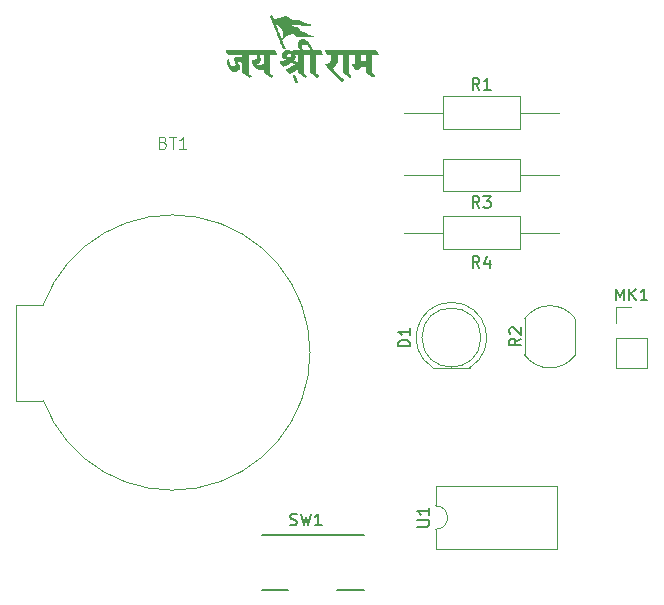
<source format=gbr>
%TF.GenerationSoftware,KiCad,Pcbnew,7.0.7*%
%TF.CreationDate,2024-02-22T22:38:35+05:30*%
%TF.ProjectId,Digital_Diya,44696769-7461-46c5-9f44-6979612e6b69,rev?*%
%TF.SameCoordinates,Original*%
%TF.FileFunction,Legend,Top*%
%TF.FilePolarity,Positive*%
%FSLAX46Y46*%
G04 Gerber Fmt 4.6, Leading zero omitted, Abs format (unit mm)*
G04 Created by KiCad (PCBNEW 7.0.7) date 2024-02-22 22:38:35*
%MOMM*%
%LPD*%
G01*
G04 APERTURE LIST*
%ADD10C,0.100000*%
%ADD11C,0.150000*%
%ADD12C,0.120000*%
G04 APERTURE END LIST*
D10*
X130532285Y-68561609D02*
X130675142Y-68609228D01*
X130675142Y-68609228D02*
X130722761Y-68656847D01*
X130722761Y-68656847D02*
X130770380Y-68752085D01*
X130770380Y-68752085D02*
X130770380Y-68894942D01*
X130770380Y-68894942D02*
X130722761Y-68990180D01*
X130722761Y-68990180D02*
X130675142Y-69037800D01*
X130675142Y-69037800D02*
X130579904Y-69085419D01*
X130579904Y-69085419D02*
X130198952Y-69085419D01*
X130198952Y-69085419D02*
X130198952Y-68085419D01*
X130198952Y-68085419D02*
X130532285Y-68085419D01*
X130532285Y-68085419D02*
X130627523Y-68133038D01*
X130627523Y-68133038D02*
X130675142Y-68180657D01*
X130675142Y-68180657D02*
X130722761Y-68275895D01*
X130722761Y-68275895D02*
X130722761Y-68371133D01*
X130722761Y-68371133D02*
X130675142Y-68466371D01*
X130675142Y-68466371D02*
X130627523Y-68513990D01*
X130627523Y-68513990D02*
X130532285Y-68561609D01*
X130532285Y-68561609D02*
X130198952Y-68561609D01*
X131056095Y-68085419D02*
X131627523Y-68085419D01*
X131341809Y-69085419D02*
X131341809Y-68085419D01*
X132484666Y-69085419D02*
X131913238Y-69085419D01*
X132198952Y-69085419D02*
X132198952Y-68085419D01*
X132198952Y-68085419D02*
X132103714Y-68228276D01*
X132103714Y-68228276D02*
X132008476Y-68323514D01*
X132008476Y-68323514D02*
X131913238Y-68371133D01*
D11*
X160839819Y-85176666D02*
X160363628Y-85509999D01*
X160839819Y-85748094D02*
X159839819Y-85748094D01*
X159839819Y-85748094D02*
X159839819Y-85367142D01*
X159839819Y-85367142D02*
X159887438Y-85271904D01*
X159887438Y-85271904D02*
X159935057Y-85224285D01*
X159935057Y-85224285D02*
X160030295Y-85176666D01*
X160030295Y-85176666D02*
X160173152Y-85176666D01*
X160173152Y-85176666D02*
X160268390Y-85224285D01*
X160268390Y-85224285D02*
X160316009Y-85271904D01*
X160316009Y-85271904D02*
X160363628Y-85367142D01*
X160363628Y-85367142D02*
X160363628Y-85748094D01*
X159935057Y-84795713D02*
X159887438Y-84748094D01*
X159887438Y-84748094D02*
X159839819Y-84652856D01*
X159839819Y-84652856D02*
X159839819Y-84414761D01*
X159839819Y-84414761D02*
X159887438Y-84319523D01*
X159887438Y-84319523D02*
X159935057Y-84271904D01*
X159935057Y-84271904D02*
X160030295Y-84224285D01*
X160030295Y-84224285D02*
X160125533Y-84224285D01*
X160125533Y-84224285D02*
X160268390Y-84271904D01*
X160268390Y-84271904D02*
X160839819Y-84843332D01*
X160839819Y-84843332D02*
X160839819Y-84224285D01*
X168870476Y-81944819D02*
X168870476Y-80944819D01*
X168870476Y-80944819D02*
X169203809Y-81659104D01*
X169203809Y-81659104D02*
X169537142Y-80944819D01*
X169537142Y-80944819D02*
X169537142Y-81944819D01*
X170013333Y-81944819D02*
X170013333Y-80944819D01*
X170584761Y-81944819D02*
X170156190Y-81373390D01*
X170584761Y-80944819D02*
X170013333Y-81516247D01*
X171537142Y-81944819D02*
X170965714Y-81944819D01*
X171251428Y-81944819D02*
X171251428Y-80944819D01*
X171251428Y-80944819D02*
X171156190Y-81087676D01*
X171156190Y-81087676D02*
X171060952Y-81182914D01*
X171060952Y-81182914D02*
X170965714Y-81230533D01*
X157313333Y-64124819D02*
X156980000Y-63648628D01*
X156741905Y-64124819D02*
X156741905Y-63124819D01*
X156741905Y-63124819D02*
X157122857Y-63124819D01*
X157122857Y-63124819D02*
X157218095Y-63172438D01*
X157218095Y-63172438D02*
X157265714Y-63220057D01*
X157265714Y-63220057D02*
X157313333Y-63315295D01*
X157313333Y-63315295D02*
X157313333Y-63458152D01*
X157313333Y-63458152D02*
X157265714Y-63553390D01*
X157265714Y-63553390D02*
X157218095Y-63601009D01*
X157218095Y-63601009D02*
X157122857Y-63648628D01*
X157122857Y-63648628D02*
X156741905Y-63648628D01*
X158265714Y-64124819D02*
X157694286Y-64124819D01*
X157980000Y-64124819D02*
X157980000Y-63124819D01*
X157980000Y-63124819D02*
X157884762Y-63267676D01*
X157884762Y-63267676D02*
X157789524Y-63362914D01*
X157789524Y-63362914D02*
X157694286Y-63410533D01*
X151434819Y-85828094D02*
X150434819Y-85828094D01*
X150434819Y-85828094D02*
X150434819Y-85589999D01*
X150434819Y-85589999D02*
X150482438Y-85447142D01*
X150482438Y-85447142D02*
X150577676Y-85351904D01*
X150577676Y-85351904D02*
X150672914Y-85304285D01*
X150672914Y-85304285D02*
X150863390Y-85256666D01*
X150863390Y-85256666D02*
X151006247Y-85256666D01*
X151006247Y-85256666D02*
X151196723Y-85304285D01*
X151196723Y-85304285D02*
X151291961Y-85351904D01*
X151291961Y-85351904D02*
X151387200Y-85447142D01*
X151387200Y-85447142D02*
X151434819Y-85589999D01*
X151434819Y-85589999D02*
X151434819Y-85828094D01*
X151434819Y-84304285D02*
X151434819Y-84875713D01*
X151434819Y-84589999D02*
X150434819Y-84589999D01*
X150434819Y-84589999D02*
X150577676Y-84685237D01*
X150577676Y-84685237D02*
X150672914Y-84780475D01*
X150672914Y-84780475D02*
X150720533Y-84875713D01*
X152064819Y-101091904D02*
X152874342Y-101091904D01*
X152874342Y-101091904D02*
X152969580Y-101044285D01*
X152969580Y-101044285D02*
X153017200Y-100996666D01*
X153017200Y-100996666D02*
X153064819Y-100901428D01*
X153064819Y-100901428D02*
X153064819Y-100710952D01*
X153064819Y-100710952D02*
X153017200Y-100615714D01*
X153017200Y-100615714D02*
X152969580Y-100568095D01*
X152969580Y-100568095D02*
X152874342Y-100520476D01*
X152874342Y-100520476D02*
X152064819Y-100520476D01*
X153064819Y-99520476D02*
X153064819Y-100091904D01*
X153064819Y-99806190D02*
X152064819Y-99806190D01*
X152064819Y-99806190D02*
X152207676Y-99901428D01*
X152207676Y-99901428D02*
X152302914Y-99996666D01*
X152302914Y-99996666D02*
X152350533Y-100091904D01*
X157313333Y-79194819D02*
X156980000Y-78718628D01*
X156741905Y-79194819D02*
X156741905Y-78194819D01*
X156741905Y-78194819D02*
X157122857Y-78194819D01*
X157122857Y-78194819D02*
X157218095Y-78242438D01*
X157218095Y-78242438D02*
X157265714Y-78290057D01*
X157265714Y-78290057D02*
X157313333Y-78385295D01*
X157313333Y-78385295D02*
X157313333Y-78528152D01*
X157313333Y-78528152D02*
X157265714Y-78623390D01*
X157265714Y-78623390D02*
X157218095Y-78671009D01*
X157218095Y-78671009D02*
X157122857Y-78718628D01*
X157122857Y-78718628D02*
X156741905Y-78718628D01*
X158170476Y-78528152D02*
X158170476Y-79194819D01*
X157932381Y-78147200D02*
X157694286Y-78861485D01*
X157694286Y-78861485D02*
X158313333Y-78861485D01*
X157313333Y-74114819D02*
X156980000Y-73638628D01*
X156741905Y-74114819D02*
X156741905Y-73114819D01*
X156741905Y-73114819D02*
X157122857Y-73114819D01*
X157122857Y-73114819D02*
X157218095Y-73162438D01*
X157218095Y-73162438D02*
X157265714Y-73210057D01*
X157265714Y-73210057D02*
X157313333Y-73305295D01*
X157313333Y-73305295D02*
X157313333Y-73448152D01*
X157313333Y-73448152D02*
X157265714Y-73543390D01*
X157265714Y-73543390D02*
X157218095Y-73591009D01*
X157218095Y-73591009D02*
X157122857Y-73638628D01*
X157122857Y-73638628D02*
X156741905Y-73638628D01*
X157646667Y-73114819D02*
X158265714Y-73114819D01*
X158265714Y-73114819D02*
X157932381Y-73495771D01*
X157932381Y-73495771D02*
X158075238Y-73495771D01*
X158075238Y-73495771D02*
X158170476Y-73543390D01*
X158170476Y-73543390D02*
X158218095Y-73591009D01*
X158218095Y-73591009D02*
X158265714Y-73686247D01*
X158265714Y-73686247D02*
X158265714Y-73924342D01*
X158265714Y-73924342D02*
X158218095Y-74019580D01*
X158218095Y-74019580D02*
X158170476Y-74067200D01*
X158170476Y-74067200D02*
X158075238Y-74114819D01*
X158075238Y-74114819D02*
X157789524Y-74114819D01*
X157789524Y-74114819D02*
X157694286Y-74067200D01*
X157694286Y-74067200D02*
X157646667Y-74019580D01*
X141286667Y-100947200D02*
X141429524Y-100994819D01*
X141429524Y-100994819D02*
X141667619Y-100994819D01*
X141667619Y-100994819D02*
X141762857Y-100947200D01*
X141762857Y-100947200D02*
X141810476Y-100899580D01*
X141810476Y-100899580D02*
X141858095Y-100804342D01*
X141858095Y-100804342D02*
X141858095Y-100709104D01*
X141858095Y-100709104D02*
X141810476Y-100613866D01*
X141810476Y-100613866D02*
X141762857Y-100566247D01*
X141762857Y-100566247D02*
X141667619Y-100518628D01*
X141667619Y-100518628D02*
X141477143Y-100471009D01*
X141477143Y-100471009D02*
X141381905Y-100423390D01*
X141381905Y-100423390D02*
X141334286Y-100375771D01*
X141334286Y-100375771D02*
X141286667Y-100280533D01*
X141286667Y-100280533D02*
X141286667Y-100185295D01*
X141286667Y-100185295D02*
X141334286Y-100090057D01*
X141334286Y-100090057D02*
X141381905Y-100042438D01*
X141381905Y-100042438D02*
X141477143Y-99994819D01*
X141477143Y-99994819D02*
X141715238Y-99994819D01*
X141715238Y-99994819D02*
X141858095Y-100042438D01*
X142191429Y-99994819D02*
X142429524Y-100994819D01*
X142429524Y-100994819D02*
X142620000Y-100280533D01*
X142620000Y-100280533D02*
X142810476Y-100994819D01*
X142810476Y-100994819D02*
X143048572Y-99994819D01*
X143953333Y-100994819D02*
X143381905Y-100994819D01*
X143667619Y-100994819D02*
X143667619Y-99994819D01*
X143667619Y-99994819D02*
X143572381Y-100137676D01*
X143572381Y-100137676D02*
X143477143Y-100232914D01*
X143477143Y-100232914D02*
X143381905Y-100280533D01*
D10*
%TO.C,BT1*%
X118110000Y-82296000D02*
X120396000Y-82296000D01*
X118110000Y-86360000D02*
X118110000Y-82296000D01*
X118110000Y-86360000D02*
X118110000Y-90424000D01*
X118110000Y-90424000D02*
X120396000Y-90424000D01*
X120396002Y-90424000D02*
G75*
G03*
X120396002Y-82296000I10921998J4064000D01*
G01*
D12*
%TO.C,R2*%
X161135000Y-86560000D02*
X161135000Y-83510000D01*
X165435000Y-86560000D02*
X165435000Y-83510000D01*
X161119475Y-86538234D02*
G75*
G03*
X165434999Y-86560000I2165525J1528234D01*
G01*
X165403249Y-83465487D02*
G75*
G03*
X161135000Y-83510000I-2118249J-1544513D01*
G01*
%TO.C,MK1*%
X168850000Y-82490000D02*
X170180000Y-82490000D01*
X168850000Y-83820000D02*
X168850000Y-82490000D01*
X168850000Y-85090000D02*
X168850000Y-87690000D01*
X168850000Y-85090000D02*
X171510000Y-85090000D01*
X168850000Y-87690000D02*
X171510000Y-87690000D01*
X171510000Y-85090000D02*
X171510000Y-87690000D01*
%TO.C,R1*%
X150900000Y-66040000D02*
X154210000Y-66040000D01*
X154210000Y-64670000D02*
X154210000Y-67410000D01*
X154210000Y-67410000D02*
X160750000Y-67410000D01*
X160750000Y-64670000D02*
X154210000Y-64670000D01*
X160750000Y-67410000D02*
X160750000Y-64670000D01*
X164060000Y-66040000D02*
X160750000Y-66040000D01*
%TO.C,D1*%
X153395000Y-87650000D02*
X156485000Y-87650000D01*
X154940462Y-82100001D02*
G75*
G03*
X153395170Y-87649999I-462J-2989999D01*
G01*
X156484830Y-87650000D02*
G75*
G03*
X154939538Y-82100000I-1544830J2560000D01*
G01*
X157440000Y-85090000D02*
G75*
G03*
X157440000Y-85090000I-2500000J0D01*
G01*
%TO.C,U1*%
X153610000Y-102980000D02*
X163890000Y-102980000D01*
X163890000Y-102980000D02*
X163890000Y-97680000D01*
X153610000Y-101330000D02*
X153610000Y-102980000D01*
X153610000Y-97680000D02*
X153610000Y-99330000D01*
X163890000Y-97680000D02*
X153610000Y-97680000D01*
X153610000Y-101330000D02*
G75*
G03*
X153610000Y-99330000I0J1000000D01*
G01*
%TO.C,R4*%
X150900000Y-76200000D02*
X154210000Y-76200000D01*
X154210000Y-74830000D02*
X154210000Y-77570000D01*
X154210000Y-77570000D02*
X160750000Y-77570000D01*
X160750000Y-74830000D02*
X154210000Y-74830000D01*
X160750000Y-77570000D02*
X160750000Y-74830000D01*
X164060000Y-76200000D02*
X160750000Y-76200000D01*
%TO.C,G\u002A\u002A\u002A*%
G36*
X141843566Y-63202592D02*
G01*
X141879932Y-63293642D01*
X141912204Y-63375386D01*
X141938791Y-63443715D01*
X141958103Y-63494522D01*
X141968547Y-63523698D01*
X141969947Y-63528907D01*
X141956146Y-63534357D01*
X141919537Y-63538433D01*
X141867312Y-63540421D01*
X141852970Y-63540508D01*
X141735993Y-63540508D01*
X141610540Y-63225329D01*
X141574856Y-63134489D01*
X141543823Y-63053196D01*
X141518911Y-62985489D01*
X141501588Y-62935412D01*
X141493324Y-62907006D01*
X141493087Y-62902149D01*
X141510984Y-62897820D01*
X141550644Y-62893900D01*
X141603826Y-62891178D01*
X141609136Y-62891014D01*
X141717185Y-62887880D01*
X141843566Y-63202592D01*
G37*
G36*
X145911401Y-60753090D02*
G01*
X146156659Y-60753294D01*
X146410120Y-60753659D01*
X146410160Y-60753659D01*
X148590827Y-60757461D01*
X148701168Y-60952175D01*
X148739536Y-61021433D01*
X148771404Y-61081944D01*
X148794289Y-61128748D01*
X148805704Y-61156886D01*
X148806413Y-61162216D01*
X148789757Y-61168050D01*
X148745472Y-61173114D01*
X148675928Y-61177253D01*
X148583493Y-61180308D01*
X148513747Y-61181618D01*
X148226179Y-61185693D01*
X148226179Y-61949399D01*
X148226179Y-62713105D01*
X148355214Y-62815363D01*
X148484249Y-62917621D01*
X148396472Y-62996130D01*
X148353883Y-63032685D01*
X148319645Y-63059230D01*
X148299853Y-63071118D01*
X148297943Y-63071277D01*
X148283396Y-63061777D01*
X148248149Y-63036832D01*
X148195583Y-62998894D01*
X148129081Y-62950415D01*
X148052027Y-62893848D01*
X147986631Y-62845582D01*
X147686072Y-62623249D01*
X147686072Y-62391743D01*
X147686072Y-62160237D01*
X147484958Y-62160237D01*
X147283844Y-62160237D01*
X147245484Y-62225692D01*
X147191870Y-62297136D01*
X147120685Y-62363980D01*
X147040618Y-62419655D01*
X146960358Y-62457590D01*
X146926117Y-62467201D01*
X146909762Y-62469670D01*
X146894359Y-62467814D01*
X146876913Y-62458868D01*
X146854433Y-62440066D01*
X146823925Y-62408645D01*
X146782395Y-62361837D01*
X146726852Y-62296880D01*
X146673811Y-62234132D01*
X146596961Y-62141681D01*
X146540244Y-62070262D01*
X146503131Y-62019152D01*
X146485090Y-61987626D01*
X146484229Y-61975807D01*
X146505955Y-61967023D01*
X146548758Y-61958306D01*
X146603758Y-61951424D01*
X146609009Y-61950954D01*
X146662333Y-61946541D01*
X146703726Y-61941306D01*
X146734695Y-61931762D01*
X146756746Y-61914425D01*
X146771384Y-61885808D01*
X146780116Y-61842426D01*
X146784447Y-61780794D01*
X146785882Y-61697426D01*
X146785929Y-61588836D01*
X146785895Y-61541507D01*
X146785895Y-61185045D01*
X147295995Y-61185045D01*
X147295995Y-61430093D01*
X147296579Y-61512969D01*
X147298193Y-61585109D01*
X147300632Y-61641269D01*
X147303689Y-61676205D01*
X147305997Y-61685143D01*
X147324045Y-61688977D01*
X147365958Y-61692132D01*
X147425599Y-61694292D01*
X147496828Y-61695143D01*
X147501036Y-61695145D01*
X147686072Y-61695145D01*
X147686072Y-61440095D01*
X147686072Y-61185045D01*
X147491034Y-61185045D01*
X147295995Y-61185045D01*
X146785895Y-61185045D01*
X146508092Y-61185045D01*
X146230289Y-61185045D01*
X146231062Y-61934076D01*
X146231835Y-62683107D01*
X146355085Y-62792446D01*
X146405492Y-62837063D01*
X146447242Y-62873825D01*
X146475468Y-62898460D01*
X146485136Y-62906635D01*
X146478436Y-62918598D01*
X146454708Y-62946353D01*
X146418442Y-62984779D01*
X146401939Y-63001483D01*
X146311940Y-63091481D01*
X146016313Y-62865077D01*
X145720685Y-62638673D01*
X145720685Y-61911859D01*
X145720685Y-61185045D01*
X145518145Y-61185045D01*
X145315606Y-61185045D01*
X145315606Y-61463365D01*
X145315606Y-61741686D01*
X145209465Y-61917205D01*
X145142897Y-62022576D01*
X145083993Y-62104765D01*
X145029000Y-62168339D01*
X144974165Y-62217864D01*
X144944641Y-62239463D01*
X144913410Y-62264013D01*
X144896569Y-62283654D01*
X144895625Y-62287045D01*
X144905777Y-62300774D01*
X144934638Y-62333158D01*
X144979737Y-62381593D01*
X145038608Y-62443478D01*
X145108780Y-62516209D01*
X145187784Y-62597183D01*
X145244342Y-62654663D01*
X145335992Y-62747568D01*
X145427811Y-62840772D01*
X145515844Y-62930251D01*
X145596136Y-63011980D01*
X145664733Y-63081938D01*
X145717681Y-63136100D01*
X145732783Y-63151608D01*
X145872406Y-63295221D01*
X145777792Y-63396437D01*
X145683178Y-63497652D01*
X145158075Y-62945844D01*
X145047792Y-62830012D01*
X144937273Y-62714041D01*
X144829533Y-62601086D01*
X144727583Y-62494303D01*
X144634440Y-62396848D01*
X144553115Y-62311874D01*
X144486624Y-62242539D01*
X144440454Y-62194558D01*
X144379820Y-62130473D01*
X144327684Y-62072952D01*
X144287222Y-62025701D01*
X144261611Y-61992427D01*
X144253974Y-61976968D01*
X144270658Y-61963048D01*
X144307366Y-61946138D01*
X144341471Y-61934472D01*
X144422063Y-61906592D01*
X144489703Y-61873090D01*
X144552711Y-61828502D01*
X144619407Y-61767360D01*
X144660532Y-61724849D01*
X144775499Y-61602638D01*
X144775499Y-61393841D01*
X144775499Y-61185045D01*
X144606716Y-61185021D01*
X144437933Y-61184997D01*
X144322818Y-60978730D01*
X144284234Y-60907739D01*
X144252550Y-60845844D01*
X144230014Y-60797739D01*
X144218874Y-60768115D01*
X144218598Y-60761161D01*
X144234605Y-60759873D01*
X144278941Y-60758678D01*
X144349929Y-60757582D01*
X144445891Y-60756589D01*
X144565150Y-60755707D01*
X144706028Y-60754940D01*
X144866850Y-60754295D01*
X145045938Y-60753777D01*
X145241613Y-60753391D01*
X145452201Y-60753145D01*
X145676022Y-60753042D01*
X145911401Y-60753090D01*
G37*
G36*
X140101249Y-60952482D02*
G01*
X140140256Y-61023011D01*
X140172392Y-61084828D01*
X140195312Y-61133118D01*
X140206672Y-61163063D01*
X140207110Y-61170025D01*
X140188972Y-61175396D01*
X140143671Y-61179718D01*
X140074039Y-61182850D01*
X139982905Y-61184651D01*
X139906155Y-61185045D01*
X139614483Y-61185045D01*
X139614483Y-61954905D01*
X139614483Y-62724766D01*
X139741882Y-62828827D01*
X139793371Y-62871738D01*
X139834909Y-62907979D01*
X139861733Y-62933288D01*
X139869407Y-62942941D01*
X139859048Y-62957037D01*
X139831534Y-62985155D01*
X139792406Y-63021693D01*
X139784578Y-63028712D01*
X139699623Y-63104432D01*
X139645097Y-63063669D01*
X139616361Y-63042002D01*
X139568452Y-63005674D01*
X139506044Y-62958236D01*
X139433809Y-62903241D01*
X139356421Y-62844241D01*
X139347477Y-62837416D01*
X139104383Y-62651926D01*
X139104383Y-62528605D01*
X139103371Y-62470604D01*
X139100682Y-62424875D01*
X139096830Y-62399113D01*
X139095504Y-62396406D01*
X139077746Y-62396562D01*
X139042717Y-62407017D01*
X139021422Y-62415478D01*
X138895624Y-62455030D01*
X138772594Y-62464727D01*
X138652495Y-62444606D01*
X138535494Y-62394705D01*
X138421754Y-62315063D01*
X138368807Y-62266714D01*
X138293132Y-62184296D01*
X138224602Y-62094489D01*
X138165061Y-62001335D01*
X138152566Y-61977618D01*
X138463761Y-61977618D01*
X138465813Y-61993560D01*
X138485511Y-62013834D01*
X138540591Y-62043076D01*
X138617665Y-62053332D01*
X138715388Y-62044478D01*
X138747324Y-62038334D01*
X138835580Y-62011393D01*
X138928070Y-61969617D01*
X139011592Y-61919504D01*
X139051223Y-61888741D01*
X139104383Y-61842066D01*
X139104383Y-61513555D01*
X139104383Y-61185045D01*
X138916846Y-61185045D01*
X138845801Y-61185473D01*
X138787105Y-61186643D01*
X138746438Y-61188380D01*
X138729483Y-61190513D01*
X138729309Y-61190760D01*
X138734333Y-61206500D01*
X138747593Y-61242774D01*
X138766374Y-61292177D01*
X138769216Y-61299531D01*
X138802218Y-61414567D01*
X138812315Y-61526350D01*
X138799472Y-61629208D01*
X138771625Y-61703249D01*
X138716785Y-61783804D01*
X138642594Y-61859572D01*
X138559283Y-61920726D01*
X138527031Y-61938250D01*
X138483142Y-61961046D01*
X138463761Y-61977618D01*
X138152566Y-61977618D01*
X138116352Y-61908878D01*
X138080318Y-61821160D01*
X138058802Y-61742224D01*
X138053648Y-61676114D01*
X138066700Y-61626871D01*
X138072930Y-61617785D01*
X138097062Y-61602444D01*
X138140380Y-61586345D01*
X138181701Y-61575664D01*
X138261118Y-61554293D01*
X138338395Y-61525471D01*
X138406346Y-61492588D01*
X138457786Y-61459038D01*
X138482376Y-61433759D01*
X138498676Y-61385880D01*
X138499217Y-61324892D01*
X138484953Y-61262608D01*
X138465303Y-61222438D01*
X138440802Y-61185045D01*
X138104961Y-61185045D01*
X137769120Y-61185045D01*
X137769120Y-61963473D01*
X137769120Y-62741901D01*
X137804919Y-62765357D01*
X137833566Y-62786160D01*
X137876600Y-62819731D01*
X137925533Y-62859422D01*
X137933914Y-62866372D01*
X138027110Y-62943930D01*
X137948339Y-63013424D01*
X137906589Y-63049524D01*
X137872451Y-63077718D01*
X137853230Y-63091976D01*
X137853101Y-63092049D01*
X137837093Y-63085862D01*
X137800829Y-63063632D01*
X137747745Y-63027731D01*
X137681275Y-62980531D01*
X137604854Y-62924404D01*
X137544076Y-62878640D01*
X137251518Y-62656100D01*
X137244017Y-62231979D01*
X137236515Y-61807858D01*
X137161500Y-61790449D01*
X137105590Y-61780560D01*
X137043624Y-61774339D01*
X136983442Y-61771958D01*
X136932886Y-61773591D01*
X136899798Y-61779408D01*
X136891843Y-61784522D01*
X136894325Y-61803371D01*
X136908359Y-61841977D01*
X136931337Y-61893645D01*
X136945880Y-61923300D01*
X136978185Y-61990806D01*
X136998246Y-62044741D01*
X137009543Y-62097091D01*
X137015553Y-62159840D01*
X137015825Y-62164239D01*
X137015626Y-62261857D01*
X136999796Y-62340150D01*
X136965376Y-62406990D01*
X136909412Y-62470248D01*
X136896410Y-62482233D01*
X136805086Y-62546236D01*
X136702047Y-62583595D01*
X136588502Y-62595322D01*
X136487574Y-62580507D01*
X136390795Y-62536328D01*
X136298505Y-62463183D01*
X136211044Y-62361473D01*
X136128753Y-62231596D01*
X136051972Y-62073951D01*
X135981041Y-61888937D01*
X135977727Y-61879190D01*
X135946582Y-61786877D01*
X135924951Y-61718508D01*
X135913190Y-61669453D01*
X135911653Y-61635083D01*
X135920697Y-61610768D01*
X135940676Y-61591878D01*
X135971946Y-61573784D01*
X136002343Y-61558297D01*
X136040247Y-61540083D01*
X136062257Y-61535567D01*
X136078968Y-61544356D01*
X136090057Y-61555040D01*
X136106415Y-61583232D01*
X136124083Y-61632226D01*
X136139938Y-61693145D01*
X136141835Y-61702123D01*
X136175077Y-61839029D01*
X136213326Y-61948345D01*
X136257556Y-62032212D01*
X136308744Y-62092774D01*
X136326236Y-62107195D01*
X136377864Y-62129553D01*
X136444732Y-62135636D01*
X136516985Y-62125621D01*
X136579038Y-62102699D01*
X136625792Y-62071340D01*
X136655738Y-62031516D01*
X136668947Y-61980148D01*
X136665493Y-61914157D01*
X136645450Y-61830466D01*
X136608890Y-61725994D01*
X136589177Y-61676519D01*
X136557851Y-61596553D01*
X136539380Y-61537632D01*
X136533515Y-61493808D01*
X136540008Y-61459132D01*
X136558611Y-61427655D01*
X136577857Y-61405252D01*
X136633467Y-61358168D01*
X136700314Y-61328166D01*
X136786152Y-61312017D01*
X136806306Y-61310164D01*
X136862103Y-61309438D01*
X136935031Y-61313576D01*
X137015920Y-61321495D01*
X137095600Y-61332114D01*
X137164901Y-61344351D01*
X137214652Y-61357126D01*
X137219516Y-61358889D01*
X137233102Y-61360114D01*
X137240556Y-61346722D01*
X137243594Y-61312944D01*
X137244017Y-61276668D01*
X137244017Y-61185045D01*
X136640148Y-61184555D01*
X136036279Y-61184066D01*
X135921859Y-60978265D01*
X135883155Y-60907260D01*
X135850895Y-60845394D01*
X135827423Y-60797385D01*
X135815084Y-60767950D01*
X135813973Y-60761211D01*
X135829478Y-60759874D01*
X135873278Y-60758582D01*
X135943659Y-60757345D01*
X136038911Y-60756171D01*
X136157321Y-60755071D01*
X136297178Y-60754052D01*
X136456769Y-60753125D01*
X136634383Y-60752298D01*
X136828308Y-60751581D01*
X137036831Y-60750984D01*
X137258242Y-60750514D01*
X137490828Y-60750182D01*
X137732877Y-60749997D01*
X137903306Y-60749959D01*
X139986106Y-60749959D01*
X140101249Y-60952482D01*
G37*
G36*
X139771908Y-57807543D02*
G01*
X139790403Y-57843168D01*
X139813383Y-57895444D01*
X139832765Y-57944407D01*
X139889582Y-58094436D01*
X139951817Y-58094436D01*
X140017547Y-58090831D01*
X140094360Y-58079393D01*
X140186612Y-58059192D01*
X140298657Y-58029296D01*
X140409640Y-57996502D01*
X140563929Y-57952032D01*
X140694352Y-57920270D01*
X140803983Y-57900708D01*
X140895895Y-57892840D01*
X140973161Y-57896156D01*
X140995817Y-57899590D01*
X141069526Y-57914732D01*
X141123893Y-57932164D01*
X141169431Y-57957160D01*
X141216655Y-57994996D01*
X141252711Y-58028474D01*
X141300209Y-58071952D01*
X141343760Y-58105908D01*
X141388243Y-58131838D01*
X141438534Y-58151236D01*
X141499513Y-58165597D01*
X141576056Y-58176417D01*
X141673041Y-58185191D01*
X141789643Y-58193060D01*
X141910958Y-58201647D01*
X142012862Y-58211025D01*
X142092285Y-58220846D01*
X142146154Y-58230762D01*
X142161207Y-58235151D01*
X142195061Y-58249403D01*
X142249875Y-58274855D01*
X142320022Y-58308789D01*
X142399878Y-58348488D01*
X142474661Y-58386522D01*
X142584775Y-58442154D01*
X142675070Y-58484968D01*
X142751709Y-58517156D01*
X142820853Y-58540909D01*
X142888665Y-58558421D01*
X142961309Y-58571882D01*
X143019062Y-58580164D01*
X143147679Y-58597125D01*
X143092571Y-58631348D01*
X143050449Y-58653644D01*
X142992127Y-58679717D01*
X142929938Y-58704068D01*
X142927539Y-58704931D01*
X142852327Y-58727699D01*
X142776042Y-58741227D01*
X142693628Y-58745379D01*
X142600027Y-58740019D01*
X142490182Y-58725010D01*
X142359037Y-58700216D01*
X142301940Y-58688064D01*
X142207576Y-58667710D01*
X142134296Y-58653035D01*
X142073878Y-58643252D01*
X142018107Y-58637574D01*
X141958761Y-58635216D01*
X141887624Y-58635388D01*
X141796476Y-58637306D01*
X141776836Y-58637787D01*
X141656499Y-58641957D01*
X141565596Y-58647834D01*
X141503604Y-58655464D01*
X141471099Y-58664335D01*
X141436881Y-58688098D01*
X141430629Y-58710107D01*
X141450318Y-58727634D01*
X141493925Y-58737950D01*
X141526930Y-58739563D01*
X141594363Y-58744837D01*
X141678414Y-58758966D01*
X141767943Y-58779418D01*
X141851807Y-58803655D01*
X141917120Y-58828347D01*
X141972205Y-58856599D01*
X142016100Y-58888740D01*
X142055661Y-58931498D01*
X142097743Y-58991598D01*
X142120345Y-59027753D01*
X142162416Y-59086337D01*
X142211720Y-59132321D01*
X142274034Y-59169167D01*
X142355134Y-59200337D01*
X142453610Y-59227546D01*
X142538782Y-59249093D01*
X142603086Y-59267985D01*
X142654965Y-59287977D01*
X142702863Y-59312824D01*
X142755225Y-59346280D01*
X142815274Y-59388373D01*
X142920794Y-59457372D01*
X143017462Y-59505974D01*
X143113954Y-59538138D01*
X143170183Y-59550272D01*
X143244390Y-59563632D01*
X143293309Y-59572787D01*
X143321138Y-59579099D01*
X143332073Y-59583930D01*
X143330311Y-59588641D01*
X143320050Y-59594594D01*
X143315105Y-59597292D01*
X143268463Y-59617012D01*
X143203181Y-59636799D01*
X143130497Y-59653968D01*
X143061649Y-59665830D01*
X143012130Y-59669746D01*
X142966372Y-59667839D01*
X142900322Y-59662669D01*
X142823413Y-59655063D01*
X142757032Y-59647362D01*
X142646951Y-59634770D01*
X142557802Y-59627784D01*
X142481037Y-59626418D01*
X142408107Y-59630682D01*
X142330465Y-59640589D01*
X142285016Y-59648040D01*
X142135966Y-59662898D01*
X142002527Y-59652880D01*
X141882978Y-59617606D01*
X141775597Y-59556695D01*
X141737700Y-59526811D01*
X141668674Y-59474263D01*
X141596928Y-59430593D01*
X141529846Y-59399642D01*
X141474812Y-59385253D01*
X141464571Y-59384690D01*
X141363292Y-59397057D01*
X141249366Y-59432938D01*
X141126206Y-59490503D01*
X140997230Y-59567921D01*
X140865853Y-59663363D01*
X140735490Y-59774999D01*
X140734671Y-59775757D01*
X140679732Y-59828298D01*
X140645095Y-59866053D01*
X140627644Y-59893001D01*
X140624263Y-59913117D01*
X140624823Y-59915980D01*
X140632459Y-59938087D01*
X140649885Y-59983799D01*
X140675463Y-60048975D01*
X140707557Y-60129475D01*
X140744531Y-60221156D01*
X140776136Y-60298823D01*
X140815269Y-60395029D01*
X140850343Y-60482045D01*
X140879833Y-60556028D01*
X140902217Y-60613132D01*
X140915970Y-60649515D01*
X140919740Y-60661216D01*
X140905932Y-60666297D01*
X140869275Y-60670108D01*
X140816919Y-60671993D01*
X140801431Y-60672087D01*
X140683122Y-60672087D01*
X140660527Y-60617254D01*
X140635948Y-60557123D01*
X140602927Y-60475591D01*
X140562373Y-60374948D01*
X140515197Y-60257484D01*
X140462308Y-60125489D01*
X140404618Y-59981253D01*
X140343035Y-59827066D01*
X140278471Y-59665218D01*
X140211835Y-59497997D01*
X140144037Y-59327695D01*
X140075988Y-59156601D01*
X140008597Y-58987004D01*
X139942775Y-58821195D01*
X139879431Y-58661464D01*
X139819476Y-58510099D01*
X139763821Y-58369392D01*
X139762327Y-58365609D01*
X140005282Y-58365609D01*
X140006810Y-58377800D01*
X140008101Y-58381196D01*
X140015136Y-58398847D01*
X140032185Y-58441648D01*
X140058160Y-58506870D01*
X140091975Y-58591787D01*
X140132544Y-58693669D01*
X140178781Y-58809790D01*
X140229600Y-58937420D01*
X140283914Y-59073833D01*
X140297173Y-59107136D01*
X140352074Y-59244905D01*
X140403715Y-59374258D01*
X140451017Y-59492507D01*
X140492899Y-59596966D01*
X140528285Y-59684949D01*
X140556093Y-59753770D01*
X140575246Y-59800741D01*
X140584664Y-59823176D01*
X140585366Y-59824629D01*
X140598032Y-59824825D01*
X140617916Y-59799299D01*
X140643181Y-59750936D01*
X140665905Y-59698064D01*
X140690436Y-59611453D01*
X140704190Y-59506758D01*
X140706661Y-59394091D01*
X140697349Y-59283560D01*
X140688918Y-59235976D01*
X140670808Y-59165532D01*
X140646060Y-59098653D01*
X140612231Y-59031706D01*
X140566880Y-58961054D01*
X140507566Y-58883063D01*
X140431847Y-58794097D01*
X140337281Y-58690522D01*
X140286144Y-58636301D01*
X140197464Y-58543516D01*
X140127489Y-58471596D01*
X140074752Y-58419192D01*
X140037784Y-58384958D01*
X140015117Y-58367546D01*
X140005282Y-58365609D01*
X139762327Y-58365609D01*
X139713374Y-58241632D01*
X139669046Y-58129109D01*
X139631747Y-58034112D01*
X139602387Y-57958932D01*
X139581877Y-57905858D01*
X139571126Y-57877180D01*
X139569695Y-57872679D01*
X139582528Y-57862729D01*
X139614883Y-57846698D01*
X139657892Y-57828221D01*
X139702690Y-57810933D01*
X139740408Y-57798468D01*
X139760689Y-57794377D01*
X139771908Y-57807543D01*
G37*
G36*
X142489409Y-59819570D02*
G01*
X142576457Y-59848926D01*
X142661439Y-59898123D01*
X142750204Y-59970171D01*
X142795838Y-60013722D01*
X142858494Y-60078643D01*
X142912767Y-60141867D01*
X142962371Y-60208944D01*
X143011017Y-60285427D01*
X143062416Y-60376866D01*
X143120281Y-60488812D01*
X143140171Y-60528665D01*
X143249930Y-60749959D01*
X143553654Y-60749959D01*
X143857378Y-60749959D01*
X143971849Y-60953158D01*
X144010625Y-61023829D01*
X144042621Y-61085699D01*
X144065501Y-61133960D01*
X144076934Y-61163805D01*
X144077455Y-61170701D01*
X144059968Y-61175463D01*
X144016397Y-61179465D01*
X143950661Y-61182520D01*
X143866677Y-61184440D01*
X143776917Y-61185045D01*
X143485245Y-61185045D01*
X143485245Y-61941829D01*
X143485245Y-62698614D01*
X143570286Y-62770742D01*
X143620041Y-62813258D01*
X143667618Y-62854435D01*
X143701561Y-62884333D01*
X143747797Y-62925796D01*
X143658723Y-63006256D01*
X143569649Y-63086716D01*
X143350936Y-62919785D01*
X143273736Y-62860769D01*
X143198025Y-62802725D01*
X143129771Y-62750241D01*
X143074941Y-62707901D01*
X143046183Y-62685538D01*
X142960142Y-62618222D01*
X142960142Y-61901633D01*
X142960142Y-61185045D01*
X142720095Y-61185045D01*
X142480047Y-61185045D01*
X142480047Y-61962895D01*
X142480047Y-62740746D01*
X142608563Y-62844104D01*
X142737079Y-62947463D01*
X142654892Y-63026443D01*
X142613977Y-63064248D01*
X142580805Y-63092127D01*
X142561595Y-63104911D01*
X142560132Y-63105210D01*
X142545202Y-63096420D01*
X142509856Y-63071815D01*
X142457471Y-63033866D01*
X142391427Y-62985040D01*
X142315099Y-62927806D01*
X142251740Y-62879786D01*
X141955920Y-62654573D01*
X141951681Y-62490109D01*
X141947443Y-62325645D01*
X141616760Y-62570363D01*
X141286077Y-62815081D01*
X141086727Y-62626078D01*
X141016483Y-62559193D01*
X140965664Y-62509662D01*
X140931751Y-62474372D01*
X140912228Y-62450206D01*
X140904579Y-62434052D01*
X140906286Y-62422793D01*
X140914810Y-62413336D01*
X140934709Y-62400023D01*
X140977214Y-62374267D01*
X141038689Y-62338181D01*
X141115500Y-62293875D01*
X141204012Y-62243460D01*
X141300590Y-62189046D01*
X141313568Y-62181778D01*
X141409232Y-62127923D01*
X141495761Y-62078607D01*
X141569851Y-62035762D01*
X141628201Y-62001318D01*
X141667507Y-61977207D01*
X141684466Y-61965359D01*
X141684891Y-61964677D01*
X141672110Y-61955080D01*
X141637435Y-61936113D01*
X141586369Y-61910643D01*
X141532723Y-61885349D01*
X141380555Y-61815303D01*
X141213910Y-61912050D01*
X141154939Y-61945222D01*
X141085095Y-61982846D01*
X141009465Y-62022377D01*
X140933134Y-62061266D01*
X140861188Y-62096967D01*
X140798715Y-62126932D01*
X140750798Y-62148614D01*
X140722525Y-62159466D01*
X140718353Y-62160237D01*
X140704884Y-62148901D01*
X140678025Y-62117987D01*
X140641209Y-62072136D01*
X140597867Y-62015986D01*
X140551432Y-61954179D01*
X140505337Y-61891354D01*
X140463015Y-61832151D01*
X140427898Y-61781211D01*
X140403418Y-61743174D01*
X140393008Y-61722679D01*
X140393153Y-61720634D01*
X140412209Y-61712305D01*
X140453915Y-61699595D01*
X140511580Y-61684417D01*
X140561432Y-61672529D01*
X140626682Y-61655999D01*
X140698344Y-61635247D01*
X140769629Y-61612556D01*
X140833747Y-61590206D01*
X140883907Y-61570479D01*
X140913319Y-61555656D01*
X140916290Y-61553317D01*
X140906081Y-61544691D01*
X140875336Y-61524731D01*
X140829593Y-61496955D01*
X140802297Y-61480926D01*
X140699140Y-61411549D01*
X140625016Y-61339299D01*
X140579404Y-61263056D01*
X141025252Y-61263056D01*
X141040199Y-61320885D01*
X141040227Y-61320937D01*
X141061920Y-61344682D01*
X141097974Y-61370685D01*
X141137828Y-61392702D01*
X141170918Y-61404492D01*
X141181745Y-61404568D01*
X141197204Y-61391419D01*
X141225056Y-61360328D01*
X141259841Y-61317467D01*
X141267323Y-61307801D01*
X141322095Y-61224049D01*
X141349167Y-61151510D01*
X141348597Y-61090000D01*
X141342030Y-61071374D01*
X141327677Y-61049183D01*
X141304800Y-61038363D01*
X141263827Y-61035099D01*
X141250833Y-61035015D01*
X141179916Y-61040568D01*
X141128185Y-61060358D01*
X141086377Y-61099078D01*
X141064810Y-61129286D01*
X141033813Y-61196399D01*
X141025252Y-61263056D01*
X140579404Y-61263056D01*
X140578967Y-61262326D01*
X140560039Y-61178776D01*
X140567275Y-61086799D01*
X140577666Y-61045941D01*
X140602817Y-60993742D01*
X140646092Y-60933742D01*
X140700195Y-60874085D01*
X140757831Y-60822913D01*
X140805766Y-60791323D01*
X140868560Y-60769518D01*
X140951555Y-60756072D01*
X141046017Y-60751385D01*
X141143214Y-60755859D01*
X141234415Y-60769896D01*
X141240758Y-60771342D01*
X141361245Y-60810348D01*
X141473598Y-60867306D01*
X141572855Y-60938420D01*
X141654053Y-61019889D01*
X141712232Y-61107915D01*
X141728033Y-61144349D01*
X141754845Y-61241470D01*
X141758364Y-61329370D01*
X141737475Y-61414117D01*
X141691060Y-61501780D01*
X141652281Y-61555993D01*
X141622142Y-61596763D01*
X141602110Y-61627202D01*
X141596466Y-61640795D01*
X141596505Y-61640831D01*
X141612198Y-61649039D01*
X141648602Y-61666340D01*
X141699318Y-61689834D01*
X141757946Y-61716622D01*
X141818088Y-61743803D01*
X141873344Y-61768477D01*
X141917315Y-61787745D01*
X141943603Y-61798706D01*
X141948090Y-61800166D01*
X141950149Y-61785902D01*
X141951960Y-61746070D01*
X141953426Y-61685104D01*
X141954446Y-61607441D01*
X141954922Y-61517517D01*
X141954944Y-61492605D01*
X141954944Y-61185045D01*
X141896141Y-61185045D01*
X141874105Y-61184411D01*
X141855624Y-61180186D01*
X141837270Y-61168890D01*
X141815609Y-61147038D01*
X141787213Y-61111148D01*
X141748650Y-61057738D01*
X141696489Y-60983325D01*
X141694218Y-60980074D01*
X141647135Y-60911291D01*
X141607511Y-60850802D01*
X141578030Y-60802922D01*
X141561379Y-60771966D01*
X141558868Y-60762531D01*
X141575573Y-60758694D01*
X141617627Y-60755330D01*
X141680376Y-60752628D01*
X141759166Y-60750781D01*
X141849341Y-60749978D01*
X141865812Y-60749959D01*
X141956868Y-60749528D01*
X142036759Y-60748326D01*
X142100985Y-60746488D01*
X142145051Y-60744150D01*
X142164457Y-60741450D01*
X142164985Y-60740911D01*
X142155698Y-60725939D01*
X142131433Y-60695686D01*
X142099892Y-60659464D01*
X142031501Y-60570988D01*
X141976384Y-60475850D01*
X142268841Y-60475850D01*
X142293708Y-60557792D01*
X142344925Y-60652050D01*
X142347601Y-60656191D01*
X142408557Y-60749959D01*
X142708480Y-60749959D01*
X143008404Y-60749959D01*
X142998263Y-60708701D01*
X142973043Y-60638076D01*
X142932392Y-60559699D01*
X142881328Y-60480586D01*
X142824873Y-60407751D01*
X142768046Y-60348207D01*
X142715865Y-60308968D01*
X142709982Y-60305871D01*
X142647192Y-60286064D01*
X142567904Y-60276932D01*
X142483620Y-60278371D01*
X142405845Y-60290275D01*
X142352268Y-60309145D01*
X142298128Y-60351004D01*
X142270317Y-60406747D01*
X142268841Y-60475850D01*
X141976384Y-60475850D01*
X141975044Y-60473537D01*
X141934637Y-60375549D01*
X141914399Y-60285459D01*
X141913705Y-60277990D01*
X141915566Y-60165965D01*
X141941774Y-60068639D01*
X141994117Y-59980930D01*
X142034029Y-59935623D01*
X142112284Y-59869991D01*
X142197264Y-59828310D01*
X142295082Y-59808400D01*
X142394447Y-59807043D01*
X142489409Y-59819570D01*
G37*
%TO.C,R3*%
X150900000Y-71340000D02*
X154210000Y-71340000D01*
X154210000Y-69970000D02*
X154210000Y-72710000D01*
X154210000Y-72710000D02*
X160750000Y-72710000D01*
X160750000Y-69970000D02*
X154210000Y-69970000D01*
X160750000Y-72710000D02*
X160750000Y-69970000D01*
X164060000Y-71340000D02*
X160750000Y-71340000D01*
D11*
%TO.C,SW1*%
X138920000Y-101840000D02*
X147520000Y-101840000D01*
X138920000Y-106440000D02*
X141120000Y-106440000D01*
X145220000Y-106440000D02*
X147520000Y-106440000D01*
%TD*%
M02*

</source>
